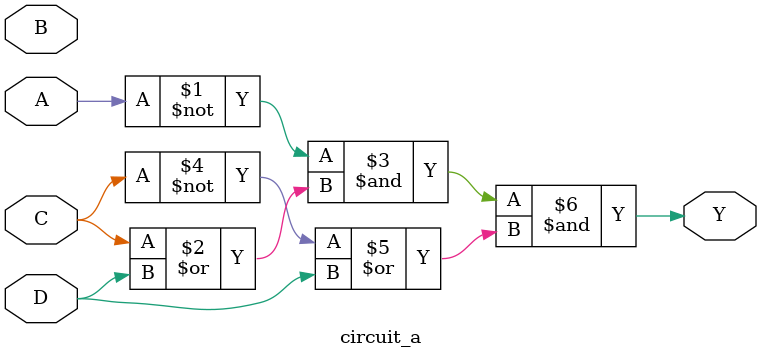
<source format=v>
module circuit_a(
    // Declare inputs
     input A, B, C, D,
     
     // Declare Y output
     output Y
);

    // Enter logic equation here
    assign Y = (~A) & (C | D) & (~C | D);
    
    
endmodule

</source>
